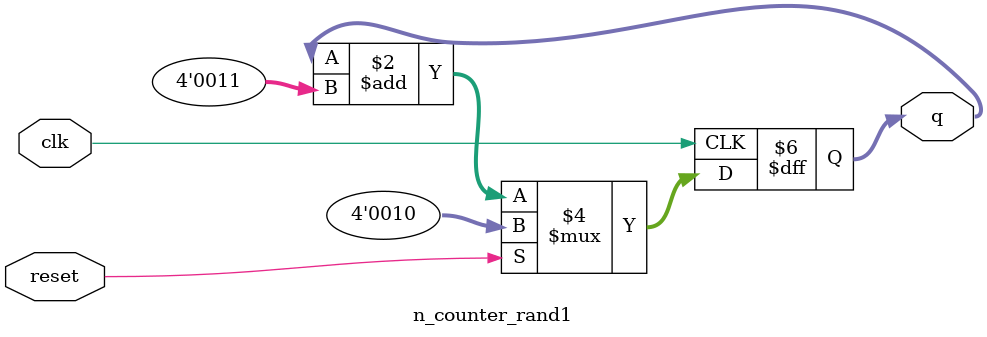
<source format=sv>
module n_counter_rand1 (input  logic clk,reset, 
							output logic [3:0] q);

always_ff @(posedge clk)
if (reset) q <= 4'd2;
else q <= q + 4'd3;

endmodule
</source>
